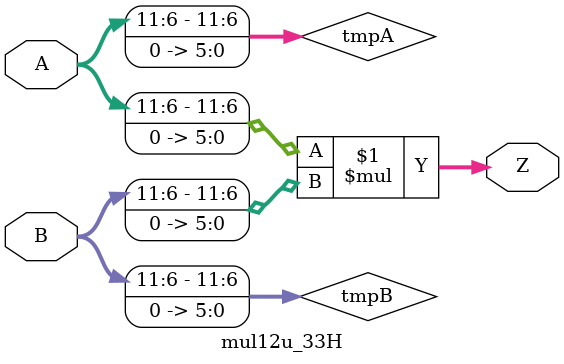
<source format=v>
/***
* This code is a part of EvoApproxLib library (ehw.fit.vutbr.cz/approxlib) distributed under The MIT License.
* When used, please cite the following article(s): PRABAKARAN B. S., MRAZEK V., VASICEK Z., SEKANINA L., SHAFIQUE M. ApproxFPGAs: Embracing ASIC-based Approximate Arithmetic Components for FPGA-Based Systems. DAC 2020. 
***/
// MAE% = 0.76 %
// MAE = 128000 
// WCE% = 3.05 %
// WCE = 512001 
// WCRE% = 100.00 %
// EP% = 99.93 %
// MRE% = 9.02 %
// MSE = 22973.221e6 
// FPGA_POWER = 0.55
// FPGA_DELAY = 9.2
// FPGA_LUT = 35



module mul12u_33H(
	A, 
	B,
	Z
);

input [12-1:0] A;
input [12-1:0] B;
output [2*12-1:0] Z;

wire [12-1:0] tmpA;
wire [12-1:0] tmpB;
assign tmpA = {A[12-1:6],{6{1'b0}}};
assign tmpB = {B[12-1:6],{6{1'b0}}};
assign Z = tmpA * tmpB;
endmodule


</source>
